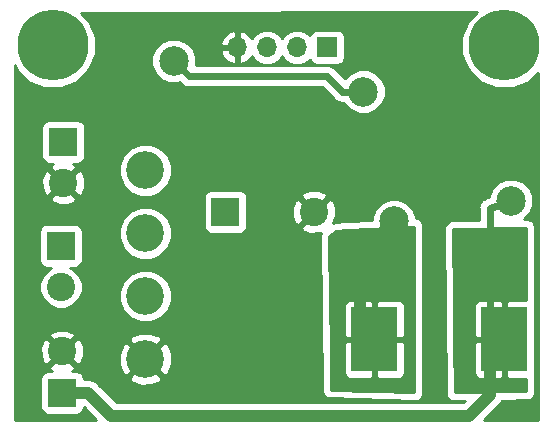
<source format=gbr>
G04 #@! TF.GenerationSoftware,KiCad,Pcbnew,(5.0.2)-1*
G04 #@! TF.CreationDate,2019-02-10T20:46:42+01:00*
G04 #@! TF.ProjectId,Rectifier,52656374-6966-4696-9572-2e6b69636164,rev?*
G04 #@! TF.SameCoordinates,PX5c55b20PY6f109e0*
G04 #@! TF.FileFunction,Copper,L2,Bot*
G04 #@! TF.FilePolarity,Positive*
%FSLAX46Y46*%
G04 Gerber Fmt 4.6, Leading zero omitted, Abs format (unit mm)*
G04 Created by KiCad (PCBNEW (5.0.2)-1) date 02/10/19 20:46:42*
%MOMM*%
%LPD*%
G01*
G04 APERTURE LIST*
G04 #@! TA.AperFunction,ComponentPad*
%ADD10C,6.000000*%
G04 #@! TD*
G04 #@! TA.AperFunction,ComponentPad*
%ADD11R,2.400000X2.400000*%
G04 #@! TD*
G04 #@! TA.AperFunction,ComponentPad*
%ADD12C,2.400000*%
G04 #@! TD*
G04 #@! TA.AperFunction,ComponentPad*
%ADD13R,1.700000X1.700000*%
G04 #@! TD*
G04 #@! TA.AperFunction,ComponentPad*
%ADD14O,1.700000X1.700000*%
G04 #@! TD*
G04 #@! TA.AperFunction,SMDPad,CuDef*
%ADD15R,3.900000X5.400000*%
G04 #@! TD*
G04 #@! TA.AperFunction,ComponentPad*
%ADD16C,3.200000*%
G04 #@! TD*
G04 #@! TA.AperFunction,ViaPad*
%ADD17C,2.500000*%
G04 #@! TD*
G04 #@! TA.AperFunction,Conductor*
%ADD18C,0.600000*%
G04 #@! TD*
G04 #@! TA.AperFunction,Conductor*
%ADD19C,1.000000*%
G04 #@! TD*
G04 #@! TA.AperFunction,Conductor*
%ADD20C,0.254000*%
G04 #@! TD*
G04 APERTURE END LIST*
D10*
G04 #@! TO.P,REF\002A\002A,1*
G04 #@! TO.N,N/C*
X42170000Y32540000D03*
G04 #@! TD*
D11*
G04 #@! TO.P,J4,1*
G04 #@! TO.N,Net-(C4-Pad1)*
X4830000Y24360000D03*
D12*
G04 #@! TO.P,J4,2*
G04 #@! TO.N,GND*
X4830000Y20860000D03*
G04 #@! TD*
D13*
G04 #@! TO.P,J2,1*
G04 #@! TO.N,Net-(J2-Pad1)*
X27170000Y32360000D03*
D14*
G04 #@! TO.P,J2,2*
G04 #@! TO.N,Net-(J2-Pad2)*
X24630000Y32360000D03*
G04 #@! TO.P,J2,3*
G04 #@! TO.N,VCC*
X22090000Y32360000D03*
G04 #@! TO.P,J2,4*
G04 #@! TO.N,GND*
X19550000Y32360000D03*
G04 #@! TD*
D11*
G04 #@! TO.P,C1,1*
G04 #@! TO.N,Net-(C1-Pad1)*
X18560000Y18430000D03*
D12*
G04 #@! TO.P,C1,2*
G04 #@! TO.N,GND*
X26060000Y18430000D03*
G04 #@! TD*
D15*
G04 #@! TO.P,L1,2*
G04 #@! TO.N,VCC*
X42160000Y7640000D03*
G04 #@! TO.P,L1,1*
G04 #@! TO.N,Net-(C6-Pad1)*
X31160000Y7640000D03*
G04 #@! TD*
D16*
G04 #@! TO.P,D1,1*
G04 #@! TO.N,GND*
X11780000Y5965000D03*
G04 #@! TO.P,D1,2*
G04 #@! TO.N,Net-(D1-Pad2)*
X11780000Y11295000D03*
G04 #@! TO.P,D1,3*
G04 #@! TO.N,Net-(D1-Pad3)*
X11780000Y16625000D03*
G04 #@! TO.P,D1,4*
G04 #@! TO.N,Net-(C1-Pad1)*
X11780000Y21955000D03*
G04 #@! TD*
D12*
G04 #@! TO.P,J1,2*
G04 #@! TO.N,Net-(D1-Pad2)*
X4630000Y12060000D03*
D11*
G04 #@! TO.P,J1,1*
G04 #@! TO.N,Net-(D1-Pad3)*
X4630000Y15560000D03*
G04 #@! TD*
G04 #@! TO.P,J3,1*
G04 #@! TO.N,VCC*
X4730000Y3110000D03*
D12*
G04 #@! TO.P,J3,2*
G04 #@! TO.N,GND*
X4730000Y6610000D03*
G04 #@! TD*
D10*
G04 #@! TO.P,REF\002A\002A,1*
G04 #@! TO.N,N/C*
X3940000Y32540000D03*
G04 #@! TD*
D17*
G04 #@! TO.N,VCC*
X42730000Y19360000D03*
G04 #@! TO.N,Net-(C6-Pad1)*
X32830000Y17610000D03*
G04 #@! TO.N,Net-(C4-Pad1)*
X30230000Y28610000D03*
X14180000Y31210000D03*
G04 #@! TD*
D18*
G04 #@! TO.N,VCC*
X40930000Y18760000D02*
X40930000Y9660000D01*
X42730000Y19360000D02*
X40930000Y18760000D01*
X40930000Y9660000D02*
X40930000Y6360000D01*
D19*
X6930000Y3110000D02*
X8880000Y1160000D01*
X4730000Y3110000D02*
X6930000Y3110000D01*
X8880000Y1160000D02*
X39180000Y1160000D01*
X40930000Y2910000D02*
X40930000Y9660000D01*
X39180000Y1160000D02*
X40930000Y2910000D01*
G04 #@! TO.N,Net-(C6-Pad1)*
X29930000Y14710000D02*
X32830000Y17610000D01*
X29930000Y9660000D02*
X29930000Y14710000D01*
D18*
G04 #@! TO.N,Net-(C4-Pad1)*
X28462234Y28610000D02*
X27162234Y29910000D01*
X30230000Y28610000D02*
X28462234Y28610000D01*
X27162234Y29910000D02*
X15480000Y29910000D01*
X15480000Y29910000D02*
X14180000Y31210000D01*
G04 #@! TD*
D20*
G04 #@! TO.N,Net-(C6-Pad1)*
G36*
X34503000Y3141455D02*
X27505614Y3382744D01*
X27460484Y7354250D01*
X28575000Y7354250D01*
X28575000Y4813690D01*
X28671673Y4580301D01*
X28850302Y4401673D01*
X29083691Y4305000D01*
X30874250Y4305000D01*
X31033000Y4463750D01*
X31033000Y7513000D01*
X31287000Y7513000D01*
X31287000Y4463750D01*
X31445750Y4305000D01*
X33236309Y4305000D01*
X33469698Y4401673D01*
X33648327Y4580301D01*
X33745000Y4813690D01*
X33745000Y7354250D01*
X33586250Y7513000D01*
X31287000Y7513000D01*
X31033000Y7513000D01*
X28733750Y7513000D01*
X28575000Y7354250D01*
X27460484Y7354250D01*
X27425120Y10466310D01*
X28575000Y10466310D01*
X28575000Y7925750D01*
X28733750Y7767000D01*
X31033000Y7767000D01*
X31033000Y10816250D01*
X31287000Y10816250D01*
X31287000Y7767000D01*
X33586250Y7767000D01*
X33745000Y7925750D01*
X33745000Y10466310D01*
X33648327Y10699699D01*
X33469698Y10878327D01*
X33236309Y10975000D01*
X31445750Y10975000D01*
X31287000Y10816250D01*
X31033000Y10816250D01*
X30874250Y10975000D01*
X29083691Y10975000D01*
X28850302Y10878327D01*
X28671673Y10699699D01*
X28575000Y10466310D01*
X27425120Y10466310D01*
X27357759Y16393983D01*
X27925590Y16787097D01*
X28839940Y16883345D01*
X34503000Y17176262D01*
X34503000Y3141455D01*
X34503000Y3141455D01*
G37*
X34503000Y3141455D02*
X27505614Y3382744D01*
X27460484Y7354250D01*
X28575000Y7354250D01*
X28575000Y4813690D01*
X28671673Y4580301D01*
X28850302Y4401673D01*
X29083691Y4305000D01*
X30874250Y4305000D01*
X31033000Y4463750D01*
X31033000Y7513000D01*
X31287000Y7513000D01*
X31287000Y4463750D01*
X31445750Y4305000D01*
X33236309Y4305000D01*
X33469698Y4401673D01*
X33648327Y4580301D01*
X33745000Y4813690D01*
X33745000Y7354250D01*
X33586250Y7513000D01*
X31287000Y7513000D01*
X31033000Y7513000D01*
X28733750Y7513000D01*
X28575000Y7354250D01*
X27460484Y7354250D01*
X27425120Y10466310D01*
X28575000Y10466310D01*
X28575000Y7925750D01*
X28733750Y7767000D01*
X31033000Y7767000D01*
X31033000Y10816250D01*
X31287000Y10816250D01*
X31287000Y7767000D01*
X33586250Y7767000D01*
X33745000Y7925750D01*
X33745000Y10466310D01*
X33648327Y10699699D01*
X33469698Y10878327D01*
X33236309Y10975000D01*
X31445750Y10975000D01*
X31287000Y10816250D01*
X31033000Y10816250D01*
X30874250Y10975000D01*
X29083691Y10975000D01*
X28850302Y10878327D01*
X28671673Y10699699D01*
X28575000Y10466310D01*
X27425120Y10466310D01*
X27357759Y16393983D01*
X27925590Y16787097D01*
X28839940Y16883345D01*
X34503000Y17176262D01*
X34503000Y3141455D01*
G04 #@! TO.N,VCC*
G36*
X44003000Y10975000D02*
X42445750Y10975000D01*
X42287000Y10816250D01*
X42287000Y7767000D01*
X42307000Y7767000D01*
X42307000Y7513000D01*
X42287000Y7513000D01*
X42287000Y4463750D01*
X42445750Y4305000D01*
X44003000Y4305000D01*
X44003000Y3235000D01*
X37956085Y3139017D01*
X37926084Y7354250D01*
X39575000Y7354250D01*
X39575000Y4813690D01*
X39671673Y4580301D01*
X39850302Y4401673D01*
X40083691Y4305000D01*
X41874250Y4305000D01*
X42033000Y4463750D01*
X42033000Y7513000D01*
X39733750Y7513000D01*
X39575000Y7354250D01*
X37926084Y7354250D01*
X37903934Y10466310D01*
X39575000Y10466310D01*
X39575000Y7925750D01*
X39733750Y7767000D01*
X42033000Y7767000D01*
X42033000Y10816250D01*
X41874250Y10975000D01*
X40083691Y10975000D01*
X39850302Y10878327D01*
X39671673Y10699699D01*
X39575000Y10466310D01*
X37903934Y10466310D01*
X37857893Y16934983D01*
X44003000Y17031001D01*
X44003000Y10975000D01*
X44003000Y10975000D01*
G37*
X44003000Y10975000D02*
X42445750Y10975000D01*
X42287000Y10816250D01*
X42287000Y7767000D01*
X42307000Y7767000D01*
X42307000Y7513000D01*
X42287000Y7513000D01*
X42287000Y4463750D01*
X42445750Y4305000D01*
X44003000Y4305000D01*
X44003000Y3235000D01*
X37956085Y3139017D01*
X37926084Y7354250D01*
X39575000Y7354250D01*
X39575000Y4813690D01*
X39671673Y4580301D01*
X39850302Y4401673D01*
X40083691Y4305000D01*
X41874250Y4305000D01*
X42033000Y4463750D01*
X42033000Y7513000D01*
X39733750Y7513000D01*
X39575000Y7354250D01*
X37926084Y7354250D01*
X37903934Y10466310D01*
X39575000Y10466310D01*
X39575000Y7925750D01*
X39733750Y7767000D01*
X42033000Y7767000D01*
X42033000Y10816250D01*
X41874250Y10975000D01*
X40083691Y10975000D01*
X39850302Y10878327D01*
X39671673Y10699699D01*
X39575000Y10466310D01*
X37903934Y10466310D01*
X37857893Y16934983D01*
X44003000Y17031001D01*
X44003000Y10975000D01*
G04 #@! TO.N,GND*
G36*
X39088396Y34599062D02*
X38535000Y33263046D01*
X38535000Y31816954D01*
X39088396Y30480938D01*
X40110938Y29458396D01*
X41446954Y28905000D01*
X42893046Y28905000D01*
X44229062Y29458396D01*
X44995000Y30224334D01*
X44995001Y909294D01*
X44991916Y886398D01*
X44995001Y837038D01*
X44995001Y795000D01*
X40420131Y795000D01*
X41653521Y2028389D01*
X41748289Y2091711D01*
X41981555Y2440818D01*
X44140078Y2475080D01*
X44373004Y2523336D01*
X44579013Y2660987D01*
X44716664Y2866996D01*
X44765000Y3110000D01*
X44765000Y17160000D01*
X44712795Y17412140D01*
X44571943Y17615973D01*
X44363809Y17750388D01*
X44120079Y17794922D01*
X43826122Y17790329D01*
X44328026Y18292233D01*
X44615000Y18985050D01*
X44615000Y19734950D01*
X44328026Y20427767D01*
X43797767Y20958026D01*
X43104950Y21245000D01*
X42355050Y21245000D01*
X41662233Y20958026D01*
X41131974Y20427767D01*
X40845000Y19734950D01*
X40845000Y19717242D01*
X40690017Y19665581D01*
X40565181Y19640750D01*
X40438121Y19555851D01*
X40305385Y19480186D01*
X40284386Y19453129D01*
X40255903Y19434097D01*
X40171007Y19307041D01*
X40077328Y19186336D01*
X40068281Y19153300D01*
X40049250Y19124818D01*
X40019439Y18974948D01*
X39979082Y18827580D01*
X39995000Y18701310D01*
X39995000Y17730468D01*
X37720079Y17694922D01*
X37482827Y17644919D01*
X37277803Y17505806D01*
X37141622Y17298822D01*
X37095016Y17055481D01*
X37195016Y3005481D01*
X37247267Y2757716D01*
X37388170Y2553917D01*
X37596338Y2419554D01*
X37840078Y2375080D01*
X38805269Y2390400D01*
X38709869Y2295000D01*
X9350132Y2295000D01*
X7811613Y3833518D01*
X7748289Y3928289D01*
X7372855Y4179146D01*
X7041783Y4245000D01*
X6930000Y4267235D01*
X6818217Y4245000D01*
X6577440Y4245000D01*
X6577440Y4310000D01*
X6563756Y4378798D01*
X10373403Y4378798D01*
X10545390Y4049640D01*
X11372346Y3722974D01*
X12261363Y3737635D01*
X13014610Y4049640D01*
X13186597Y4378798D01*
X11780000Y5785395D01*
X10373403Y4378798D01*
X6563756Y4378798D01*
X6528157Y4557765D01*
X6387809Y4767809D01*
X6177765Y4908157D01*
X5930000Y4957440D01*
X5560819Y4957440D01*
X5724435Y5025212D01*
X5847570Y5312825D01*
X4730000Y6430395D01*
X3612430Y5312825D01*
X3735565Y5025212D01*
X3913436Y4957440D01*
X3530000Y4957440D01*
X3282235Y4908157D01*
X3072191Y4767809D01*
X2931843Y4557765D01*
X2882560Y4310000D01*
X2882560Y1910000D01*
X2931843Y1662235D01*
X3072191Y1452191D01*
X3282235Y1311843D01*
X3530000Y1262560D01*
X5930000Y1262560D01*
X6177765Y1311843D01*
X6387809Y1452191D01*
X6528157Y1662235D01*
X6568718Y1866151D01*
X7639868Y795000D01*
X715000Y795000D01*
X715000Y6922266D01*
X2885293Y6922266D01*
X2906214Y6192557D01*
X3145212Y5615565D01*
X3432825Y5492430D01*
X4550395Y6610000D01*
X4909605Y6610000D01*
X6027175Y5492430D01*
X6314788Y5615565D01*
X6574707Y6297734D01*
X6572560Y6372654D01*
X9537974Y6372654D01*
X9552635Y5483637D01*
X9864640Y4730390D01*
X10193798Y4558403D01*
X11600395Y5965000D01*
X11959605Y5965000D01*
X13366202Y4558403D01*
X13695360Y4730390D01*
X14022026Y5557346D01*
X14007365Y6446363D01*
X13695360Y7199610D01*
X13366202Y7371597D01*
X11959605Y5965000D01*
X11600395Y5965000D01*
X10193798Y7371597D01*
X9864640Y7199610D01*
X9537974Y6372654D01*
X6572560Y6372654D01*
X6553786Y7027443D01*
X6336838Y7551202D01*
X10373403Y7551202D01*
X11780000Y6144605D01*
X13186597Y7551202D01*
X13014610Y7880360D01*
X12187654Y8207026D01*
X11298637Y8192365D01*
X10545390Y7880360D01*
X10373403Y7551202D01*
X6336838Y7551202D01*
X6314788Y7604435D01*
X6027175Y7727570D01*
X4909605Y6610000D01*
X4550395Y6610000D01*
X3432825Y7727570D01*
X3145212Y7604435D01*
X2885293Y6922266D01*
X715000Y6922266D01*
X715000Y7907175D01*
X3612430Y7907175D01*
X4730000Y6789605D01*
X5847570Y7907175D01*
X5724435Y8194788D01*
X5042266Y8454707D01*
X4312557Y8433786D01*
X3735565Y8194788D01*
X3612430Y7907175D01*
X715000Y7907175D01*
X715000Y16760000D01*
X2782560Y16760000D01*
X2782560Y14360000D01*
X2831843Y14112235D01*
X2972191Y13902191D01*
X3182235Y13761843D01*
X3430000Y13712560D01*
X3824547Y13712560D01*
X3590556Y13615638D01*
X3074362Y13099444D01*
X2795000Y12425004D01*
X2795000Y11694996D01*
X3074362Y11020556D01*
X3590556Y10504362D01*
X4264996Y10225000D01*
X4995004Y10225000D01*
X5669444Y10504362D01*
X6185638Y11020556D01*
X6465000Y11694996D01*
X6465000Y11739569D01*
X9545000Y11739569D01*
X9545000Y10850431D01*
X9885259Y10028974D01*
X10513974Y9400259D01*
X11335431Y9060000D01*
X12224569Y9060000D01*
X13046026Y9400259D01*
X13674741Y10028974D01*
X14015000Y10850431D01*
X14015000Y11739569D01*
X13674741Y12561026D01*
X13046026Y13189741D01*
X12224569Y13530000D01*
X11335431Y13530000D01*
X10513974Y13189741D01*
X9885259Y12561026D01*
X9545000Y11739569D01*
X6465000Y11739569D01*
X6465000Y12425004D01*
X6185638Y13099444D01*
X5669444Y13615638D01*
X5435453Y13712560D01*
X5830000Y13712560D01*
X6077765Y13761843D01*
X6287809Y13902191D01*
X6428157Y14112235D01*
X6477440Y14360000D01*
X6477440Y16760000D01*
X6428157Y17007765D01*
X6386861Y17069569D01*
X9545000Y17069569D01*
X9545000Y16180431D01*
X9885259Y15358974D01*
X10513974Y14730259D01*
X11335431Y14390000D01*
X12224569Y14390000D01*
X13046026Y14730259D01*
X13674741Y15358974D01*
X14015000Y16180431D01*
X14015000Y17069569D01*
X13674741Y17891026D01*
X13046026Y18519741D01*
X12224569Y18860000D01*
X11335431Y18860000D01*
X10513974Y18519741D01*
X9885259Y17891026D01*
X9545000Y17069569D01*
X6386861Y17069569D01*
X6287809Y17217809D01*
X6077765Y17358157D01*
X5830000Y17407440D01*
X3430000Y17407440D01*
X3182235Y17358157D01*
X2972191Y17217809D01*
X2831843Y17007765D01*
X2782560Y16760000D01*
X715000Y16760000D01*
X715000Y19562825D01*
X3712430Y19562825D01*
X3835565Y19275212D01*
X4517734Y19015293D01*
X5247443Y19036214D01*
X5824435Y19275212D01*
X5947570Y19562825D01*
X5880395Y19630000D01*
X16712560Y19630000D01*
X16712560Y17230000D01*
X16761843Y16982235D01*
X16902191Y16772191D01*
X17112235Y16631843D01*
X17360000Y16582560D01*
X19760000Y16582560D01*
X20007765Y16631843D01*
X20217809Y16772191D01*
X20358157Y16982235D01*
X20388110Y17132825D01*
X24942430Y17132825D01*
X25065565Y16845212D01*
X25747734Y16585293D01*
X26477443Y16606214D01*
X26636045Y16671909D01*
X26595041Y16452785D01*
X26745041Y3252785D01*
X26785311Y3037358D01*
X26915780Y2826728D01*
X27116923Y2682059D01*
X27358116Y2625377D01*
X34608116Y2375377D01*
X34873004Y2423336D01*
X35079013Y2560987D01*
X35216664Y2766996D01*
X35265000Y3010000D01*
X35265000Y17310000D01*
X35203328Y17582984D01*
X35055220Y17781607D01*
X34842375Y17908433D01*
X34715000Y17926990D01*
X34715000Y17984950D01*
X34428026Y18677767D01*
X33897767Y19208026D01*
X33204950Y19495000D01*
X32455050Y19495000D01*
X31762233Y19208026D01*
X31231974Y18677767D01*
X30945000Y17984950D01*
X30945000Y17755245D01*
X28797199Y17644152D01*
X28763525Y17641511D01*
X27813525Y17541511D01*
X27664026Y17486055D01*
X27904707Y18117734D01*
X27883786Y18847443D01*
X27644788Y19424435D01*
X27357175Y19547570D01*
X26239605Y18430000D01*
X26253748Y18415857D01*
X26074143Y18236252D01*
X26060000Y18250395D01*
X24942430Y17132825D01*
X20388110Y17132825D01*
X20407440Y17230000D01*
X20407440Y18742266D01*
X24215293Y18742266D01*
X24236214Y18012557D01*
X24475212Y17435565D01*
X24762825Y17312430D01*
X25880395Y18430000D01*
X24762825Y19547570D01*
X24475212Y19424435D01*
X24215293Y18742266D01*
X20407440Y18742266D01*
X20407440Y19630000D01*
X20388111Y19727175D01*
X24942430Y19727175D01*
X26060000Y18609605D01*
X27177570Y19727175D01*
X27054435Y20014788D01*
X26372266Y20274707D01*
X25642557Y20253786D01*
X25065565Y20014788D01*
X24942430Y19727175D01*
X20388111Y19727175D01*
X20358157Y19877765D01*
X20217809Y20087809D01*
X20007765Y20228157D01*
X19760000Y20277440D01*
X17360000Y20277440D01*
X17112235Y20228157D01*
X16902191Y20087809D01*
X16761843Y19877765D01*
X16712560Y19630000D01*
X5880395Y19630000D01*
X4830000Y20680395D01*
X3712430Y19562825D01*
X715000Y19562825D01*
X715000Y21172266D01*
X2985293Y21172266D01*
X3006214Y20442557D01*
X3245212Y19865565D01*
X3532825Y19742430D01*
X4650395Y20860000D01*
X5009605Y20860000D01*
X6127175Y19742430D01*
X6414788Y19865565D01*
X6674707Y20547734D01*
X6653786Y21277443D01*
X6414788Y21854435D01*
X6127175Y21977570D01*
X5009605Y20860000D01*
X4650395Y20860000D01*
X3532825Y21977570D01*
X3245212Y21854435D01*
X2985293Y21172266D01*
X715000Y21172266D01*
X715000Y25560000D01*
X2982560Y25560000D01*
X2982560Y23160000D01*
X3031843Y22912235D01*
X3172191Y22702191D01*
X3382235Y22561843D01*
X3630000Y22512560D01*
X3999181Y22512560D01*
X3835565Y22444788D01*
X3712430Y22157175D01*
X4830000Y21039605D01*
X5947570Y22157175D01*
X5843795Y22399569D01*
X9545000Y22399569D01*
X9545000Y21510431D01*
X9885259Y20688974D01*
X10513974Y20060259D01*
X11335431Y19720000D01*
X12224569Y19720000D01*
X13046026Y20060259D01*
X13674741Y20688974D01*
X14015000Y21510431D01*
X14015000Y22399569D01*
X13674741Y23221026D01*
X13046026Y23849741D01*
X12224569Y24190000D01*
X11335431Y24190000D01*
X10513974Y23849741D01*
X9885259Y23221026D01*
X9545000Y22399569D01*
X5843795Y22399569D01*
X5824435Y22444788D01*
X5646564Y22512560D01*
X6030000Y22512560D01*
X6277765Y22561843D01*
X6487809Y22702191D01*
X6628157Y22912235D01*
X6677440Y23160000D01*
X6677440Y25560000D01*
X6628157Y25807765D01*
X6487809Y26017809D01*
X6277765Y26158157D01*
X6030000Y26207440D01*
X3630000Y26207440D01*
X3382235Y26158157D01*
X3172191Y26017809D01*
X3031843Y25807765D01*
X2982560Y25560000D01*
X715000Y25560000D01*
X715000Y30827127D01*
X858396Y30480938D01*
X1880938Y29458396D01*
X3216954Y28905000D01*
X4663046Y28905000D01*
X5999062Y29458396D01*
X7021604Y30480938D01*
X7478900Y31584950D01*
X12295000Y31584950D01*
X12295000Y30835050D01*
X12581974Y30142233D01*
X13112233Y29611974D01*
X13805050Y29325000D01*
X14554950Y29325000D01*
X14687717Y29379994D01*
X14753739Y29313972D01*
X14805903Y29235903D01*
X15115181Y29029250D01*
X15480000Y28956683D01*
X15572086Y28975000D01*
X26774945Y28975000D01*
X27735973Y28013972D01*
X27788137Y27935903D01*
X28097415Y27729250D01*
X28462234Y27656683D01*
X28554320Y27675000D01*
X28576980Y27675000D01*
X28631974Y27542233D01*
X29162233Y27011974D01*
X29855050Y26725000D01*
X30604950Y26725000D01*
X31297767Y27011974D01*
X31828026Y27542233D01*
X32115000Y28235050D01*
X32115000Y28984950D01*
X31828026Y29677767D01*
X31297767Y30208026D01*
X30604950Y30495000D01*
X29855050Y30495000D01*
X29162233Y30208026D01*
X28674365Y29720158D01*
X27888495Y30506028D01*
X27836331Y30584097D01*
X27527053Y30790750D01*
X27254320Y30845000D01*
X27166040Y30862560D01*
X28020000Y30862560D01*
X28267765Y30911843D01*
X28477809Y31052191D01*
X28618157Y31262235D01*
X28667440Y31510000D01*
X28667440Y33210000D01*
X28618157Y33457765D01*
X28477809Y33667809D01*
X28267765Y33808157D01*
X28020000Y33857440D01*
X26320000Y33857440D01*
X26072235Y33808157D01*
X25862191Y33667809D01*
X25721843Y33457765D01*
X25712816Y33412381D01*
X25700625Y33430625D01*
X25209418Y33758839D01*
X24776256Y33845000D01*
X24483744Y33845000D01*
X24050582Y33758839D01*
X23559375Y33430625D01*
X23360000Y33132239D01*
X23160625Y33430625D01*
X22669418Y33758839D01*
X22236256Y33845000D01*
X21943744Y33845000D01*
X21510582Y33758839D01*
X21019375Y33430625D01*
X20806157Y33111522D01*
X20745183Y33241358D01*
X20316924Y33631645D01*
X19906890Y33801476D01*
X19677000Y33680155D01*
X19677000Y32487000D01*
X19697000Y32487000D01*
X19697000Y32233000D01*
X19677000Y32233000D01*
X19677000Y31039845D01*
X19906890Y30918524D01*
X20316924Y31088355D01*
X20745183Y31478642D01*
X20806157Y31608478D01*
X21019375Y31289375D01*
X21510582Y30961161D01*
X21943744Y30875000D01*
X22236256Y30875000D01*
X22669418Y30961161D01*
X23160625Y31289375D01*
X23360000Y31587761D01*
X23559375Y31289375D01*
X24050582Y30961161D01*
X24483744Y30875000D01*
X24776256Y30875000D01*
X25209418Y30961161D01*
X25700625Y31289375D01*
X25712816Y31307619D01*
X25721843Y31262235D01*
X25862191Y31052191D01*
X26072235Y30911843D01*
X26320000Y30862560D01*
X27158428Y30862560D01*
X27070148Y30845000D01*
X16065000Y30845000D01*
X16065000Y31584950D01*
X15891794Y32003108D01*
X18108514Y32003108D01*
X18354817Y31478642D01*
X18783076Y31088355D01*
X19193110Y30918524D01*
X19423000Y31039845D01*
X19423000Y32233000D01*
X18229181Y32233000D01*
X18108514Y32003108D01*
X15891794Y32003108D01*
X15778026Y32277767D01*
X15338901Y32716892D01*
X18108514Y32716892D01*
X18229181Y32487000D01*
X19423000Y32487000D01*
X19423000Y33680155D01*
X19193110Y33801476D01*
X18783076Y33631645D01*
X18354817Y33241358D01*
X18108514Y32716892D01*
X15338901Y32716892D01*
X15247767Y32808026D01*
X14554950Y33095000D01*
X13805050Y33095000D01*
X13112233Y32808026D01*
X12581974Y32277767D01*
X12295000Y31584950D01*
X7478900Y31584950D01*
X7575000Y31816954D01*
X7575000Y33263046D01*
X7021604Y34599062D01*
X6331784Y35288882D01*
X39851483Y35362149D01*
X39088396Y34599062D01*
X39088396Y34599062D01*
G37*
X39088396Y34599062D02*
X38535000Y33263046D01*
X38535000Y31816954D01*
X39088396Y30480938D01*
X40110938Y29458396D01*
X41446954Y28905000D01*
X42893046Y28905000D01*
X44229062Y29458396D01*
X44995000Y30224334D01*
X44995001Y909294D01*
X44991916Y886398D01*
X44995001Y837038D01*
X44995001Y795000D01*
X40420131Y795000D01*
X41653521Y2028389D01*
X41748289Y2091711D01*
X41981555Y2440818D01*
X44140078Y2475080D01*
X44373004Y2523336D01*
X44579013Y2660987D01*
X44716664Y2866996D01*
X44765000Y3110000D01*
X44765000Y17160000D01*
X44712795Y17412140D01*
X44571943Y17615973D01*
X44363809Y17750388D01*
X44120079Y17794922D01*
X43826122Y17790329D01*
X44328026Y18292233D01*
X44615000Y18985050D01*
X44615000Y19734950D01*
X44328026Y20427767D01*
X43797767Y20958026D01*
X43104950Y21245000D01*
X42355050Y21245000D01*
X41662233Y20958026D01*
X41131974Y20427767D01*
X40845000Y19734950D01*
X40845000Y19717242D01*
X40690017Y19665581D01*
X40565181Y19640750D01*
X40438121Y19555851D01*
X40305385Y19480186D01*
X40284386Y19453129D01*
X40255903Y19434097D01*
X40171007Y19307041D01*
X40077328Y19186336D01*
X40068281Y19153300D01*
X40049250Y19124818D01*
X40019439Y18974948D01*
X39979082Y18827580D01*
X39995000Y18701310D01*
X39995000Y17730468D01*
X37720079Y17694922D01*
X37482827Y17644919D01*
X37277803Y17505806D01*
X37141622Y17298822D01*
X37095016Y17055481D01*
X37195016Y3005481D01*
X37247267Y2757716D01*
X37388170Y2553917D01*
X37596338Y2419554D01*
X37840078Y2375080D01*
X38805269Y2390400D01*
X38709869Y2295000D01*
X9350132Y2295000D01*
X7811613Y3833518D01*
X7748289Y3928289D01*
X7372855Y4179146D01*
X7041783Y4245000D01*
X6930000Y4267235D01*
X6818217Y4245000D01*
X6577440Y4245000D01*
X6577440Y4310000D01*
X6563756Y4378798D01*
X10373403Y4378798D01*
X10545390Y4049640D01*
X11372346Y3722974D01*
X12261363Y3737635D01*
X13014610Y4049640D01*
X13186597Y4378798D01*
X11780000Y5785395D01*
X10373403Y4378798D01*
X6563756Y4378798D01*
X6528157Y4557765D01*
X6387809Y4767809D01*
X6177765Y4908157D01*
X5930000Y4957440D01*
X5560819Y4957440D01*
X5724435Y5025212D01*
X5847570Y5312825D01*
X4730000Y6430395D01*
X3612430Y5312825D01*
X3735565Y5025212D01*
X3913436Y4957440D01*
X3530000Y4957440D01*
X3282235Y4908157D01*
X3072191Y4767809D01*
X2931843Y4557765D01*
X2882560Y4310000D01*
X2882560Y1910000D01*
X2931843Y1662235D01*
X3072191Y1452191D01*
X3282235Y1311843D01*
X3530000Y1262560D01*
X5930000Y1262560D01*
X6177765Y1311843D01*
X6387809Y1452191D01*
X6528157Y1662235D01*
X6568718Y1866151D01*
X7639868Y795000D01*
X715000Y795000D01*
X715000Y6922266D01*
X2885293Y6922266D01*
X2906214Y6192557D01*
X3145212Y5615565D01*
X3432825Y5492430D01*
X4550395Y6610000D01*
X4909605Y6610000D01*
X6027175Y5492430D01*
X6314788Y5615565D01*
X6574707Y6297734D01*
X6572560Y6372654D01*
X9537974Y6372654D01*
X9552635Y5483637D01*
X9864640Y4730390D01*
X10193798Y4558403D01*
X11600395Y5965000D01*
X11959605Y5965000D01*
X13366202Y4558403D01*
X13695360Y4730390D01*
X14022026Y5557346D01*
X14007365Y6446363D01*
X13695360Y7199610D01*
X13366202Y7371597D01*
X11959605Y5965000D01*
X11600395Y5965000D01*
X10193798Y7371597D01*
X9864640Y7199610D01*
X9537974Y6372654D01*
X6572560Y6372654D01*
X6553786Y7027443D01*
X6336838Y7551202D01*
X10373403Y7551202D01*
X11780000Y6144605D01*
X13186597Y7551202D01*
X13014610Y7880360D01*
X12187654Y8207026D01*
X11298637Y8192365D01*
X10545390Y7880360D01*
X10373403Y7551202D01*
X6336838Y7551202D01*
X6314788Y7604435D01*
X6027175Y7727570D01*
X4909605Y6610000D01*
X4550395Y6610000D01*
X3432825Y7727570D01*
X3145212Y7604435D01*
X2885293Y6922266D01*
X715000Y6922266D01*
X715000Y7907175D01*
X3612430Y7907175D01*
X4730000Y6789605D01*
X5847570Y7907175D01*
X5724435Y8194788D01*
X5042266Y8454707D01*
X4312557Y8433786D01*
X3735565Y8194788D01*
X3612430Y7907175D01*
X715000Y7907175D01*
X715000Y16760000D01*
X2782560Y16760000D01*
X2782560Y14360000D01*
X2831843Y14112235D01*
X2972191Y13902191D01*
X3182235Y13761843D01*
X3430000Y13712560D01*
X3824547Y13712560D01*
X3590556Y13615638D01*
X3074362Y13099444D01*
X2795000Y12425004D01*
X2795000Y11694996D01*
X3074362Y11020556D01*
X3590556Y10504362D01*
X4264996Y10225000D01*
X4995004Y10225000D01*
X5669444Y10504362D01*
X6185638Y11020556D01*
X6465000Y11694996D01*
X6465000Y11739569D01*
X9545000Y11739569D01*
X9545000Y10850431D01*
X9885259Y10028974D01*
X10513974Y9400259D01*
X11335431Y9060000D01*
X12224569Y9060000D01*
X13046026Y9400259D01*
X13674741Y10028974D01*
X14015000Y10850431D01*
X14015000Y11739569D01*
X13674741Y12561026D01*
X13046026Y13189741D01*
X12224569Y13530000D01*
X11335431Y13530000D01*
X10513974Y13189741D01*
X9885259Y12561026D01*
X9545000Y11739569D01*
X6465000Y11739569D01*
X6465000Y12425004D01*
X6185638Y13099444D01*
X5669444Y13615638D01*
X5435453Y13712560D01*
X5830000Y13712560D01*
X6077765Y13761843D01*
X6287809Y13902191D01*
X6428157Y14112235D01*
X6477440Y14360000D01*
X6477440Y16760000D01*
X6428157Y17007765D01*
X6386861Y17069569D01*
X9545000Y17069569D01*
X9545000Y16180431D01*
X9885259Y15358974D01*
X10513974Y14730259D01*
X11335431Y14390000D01*
X12224569Y14390000D01*
X13046026Y14730259D01*
X13674741Y15358974D01*
X14015000Y16180431D01*
X14015000Y17069569D01*
X13674741Y17891026D01*
X13046026Y18519741D01*
X12224569Y18860000D01*
X11335431Y18860000D01*
X10513974Y18519741D01*
X9885259Y17891026D01*
X9545000Y17069569D01*
X6386861Y17069569D01*
X6287809Y17217809D01*
X6077765Y17358157D01*
X5830000Y17407440D01*
X3430000Y17407440D01*
X3182235Y17358157D01*
X2972191Y17217809D01*
X2831843Y17007765D01*
X2782560Y16760000D01*
X715000Y16760000D01*
X715000Y19562825D01*
X3712430Y19562825D01*
X3835565Y19275212D01*
X4517734Y19015293D01*
X5247443Y19036214D01*
X5824435Y19275212D01*
X5947570Y19562825D01*
X5880395Y19630000D01*
X16712560Y19630000D01*
X16712560Y17230000D01*
X16761843Y16982235D01*
X16902191Y16772191D01*
X17112235Y16631843D01*
X17360000Y16582560D01*
X19760000Y16582560D01*
X20007765Y16631843D01*
X20217809Y16772191D01*
X20358157Y16982235D01*
X20388110Y17132825D01*
X24942430Y17132825D01*
X25065565Y16845212D01*
X25747734Y16585293D01*
X26477443Y16606214D01*
X26636045Y16671909D01*
X26595041Y16452785D01*
X26745041Y3252785D01*
X26785311Y3037358D01*
X26915780Y2826728D01*
X27116923Y2682059D01*
X27358116Y2625377D01*
X34608116Y2375377D01*
X34873004Y2423336D01*
X35079013Y2560987D01*
X35216664Y2766996D01*
X35265000Y3010000D01*
X35265000Y17310000D01*
X35203328Y17582984D01*
X35055220Y17781607D01*
X34842375Y17908433D01*
X34715000Y17926990D01*
X34715000Y17984950D01*
X34428026Y18677767D01*
X33897767Y19208026D01*
X33204950Y19495000D01*
X32455050Y19495000D01*
X31762233Y19208026D01*
X31231974Y18677767D01*
X30945000Y17984950D01*
X30945000Y17755245D01*
X28797199Y17644152D01*
X28763525Y17641511D01*
X27813525Y17541511D01*
X27664026Y17486055D01*
X27904707Y18117734D01*
X27883786Y18847443D01*
X27644788Y19424435D01*
X27357175Y19547570D01*
X26239605Y18430000D01*
X26253748Y18415857D01*
X26074143Y18236252D01*
X26060000Y18250395D01*
X24942430Y17132825D01*
X20388110Y17132825D01*
X20407440Y17230000D01*
X20407440Y18742266D01*
X24215293Y18742266D01*
X24236214Y18012557D01*
X24475212Y17435565D01*
X24762825Y17312430D01*
X25880395Y18430000D01*
X24762825Y19547570D01*
X24475212Y19424435D01*
X24215293Y18742266D01*
X20407440Y18742266D01*
X20407440Y19630000D01*
X20388111Y19727175D01*
X24942430Y19727175D01*
X26060000Y18609605D01*
X27177570Y19727175D01*
X27054435Y20014788D01*
X26372266Y20274707D01*
X25642557Y20253786D01*
X25065565Y20014788D01*
X24942430Y19727175D01*
X20388111Y19727175D01*
X20358157Y19877765D01*
X20217809Y20087809D01*
X20007765Y20228157D01*
X19760000Y20277440D01*
X17360000Y20277440D01*
X17112235Y20228157D01*
X16902191Y20087809D01*
X16761843Y19877765D01*
X16712560Y19630000D01*
X5880395Y19630000D01*
X4830000Y20680395D01*
X3712430Y19562825D01*
X715000Y19562825D01*
X715000Y21172266D01*
X2985293Y21172266D01*
X3006214Y20442557D01*
X3245212Y19865565D01*
X3532825Y19742430D01*
X4650395Y20860000D01*
X5009605Y20860000D01*
X6127175Y19742430D01*
X6414788Y19865565D01*
X6674707Y20547734D01*
X6653786Y21277443D01*
X6414788Y21854435D01*
X6127175Y21977570D01*
X5009605Y20860000D01*
X4650395Y20860000D01*
X3532825Y21977570D01*
X3245212Y21854435D01*
X2985293Y21172266D01*
X715000Y21172266D01*
X715000Y25560000D01*
X2982560Y25560000D01*
X2982560Y23160000D01*
X3031843Y22912235D01*
X3172191Y22702191D01*
X3382235Y22561843D01*
X3630000Y22512560D01*
X3999181Y22512560D01*
X3835565Y22444788D01*
X3712430Y22157175D01*
X4830000Y21039605D01*
X5947570Y22157175D01*
X5843795Y22399569D01*
X9545000Y22399569D01*
X9545000Y21510431D01*
X9885259Y20688974D01*
X10513974Y20060259D01*
X11335431Y19720000D01*
X12224569Y19720000D01*
X13046026Y20060259D01*
X13674741Y20688974D01*
X14015000Y21510431D01*
X14015000Y22399569D01*
X13674741Y23221026D01*
X13046026Y23849741D01*
X12224569Y24190000D01*
X11335431Y24190000D01*
X10513974Y23849741D01*
X9885259Y23221026D01*
X9545000Y22399569D01*
X5843795Y22399569D01*
X5824435Y22444788D01*
X5646564Y22512560D01*
X6030000Y22512560D01*
X6277765Y22561843D01*
X6487809Y22702191D01*
X6628157Y22912235D01*
X6677440Y23160000D01*
X6677440Y25560000D01*
X6628157Y25807765D01*
X6487809Y26017809D01*
X6277765Y26158157D01*
X6030000Y26207440D01*
X3630000Y26207440D01*
X3382235Y26158157D01*
X3172191Y26017809D01*
X3031843Y25807765D01*
X2982560Y25560000D01*
X715000Y25560000D01*
X715000Y30827127D01*
X858396Y30480938D01*
X1880938Y29458396D01*
X3216954Y28905000D01*
X4663046Y28905000D01*
X5999062Y29458396D01*
X7021604Y30480938D01*
X7478900Y31584950D01*
X12295000Y31584950D01*
X12295000Y30835050D01*
X12581974Y30142233D01*
X13112233Y29611974D01*
X13805050Y29325000D01*
X14554950Y29325000D01*
X14687717Y29379994D01*
X14753739Y29313972D01*
X14805903Y29235903D01*
X15115181Y29029250D01*
X15480000Y28956683D01*
X15572086Y28975000D01*
X26774945Y28975000D01*
X27735973Y28013972D01*
X27788137Y27935903D01*
X28097415Y27729250D01*
X28462234Y27656683D01*
X28554320Y27675000D01*
X28576980Y27675000D01*
X28631974Y27542233D01*
X29162233Y27011974D01*
X29855050Y26725000D01*
X30604950Y26725000D01*
X31297767Y27011974D01*
X31828026Y27542233D01*
X32115000Y28235050D01*
X32115000Y28984950D01*
X31828026Y29677767D01*
X31297767Y30208026D01*
X30604950Y30495000D01*
X29855050Y30495000D01*
X29162233Y30208026D01*
X28674365Y29720158D01*
X27888495Y30506028D01*
X27836331Y30584097D01*
X27527053Y30790750D01*
X27254320Y30845000D01*
X27166040Y30862560D01*
X28020000Y30862560D01*
X28267765Y30911843D01*
X28477809Y31052191D01*
X28618157Y31262235D01*
X28667440Y31510000D01*
X28667440Y33210000D01*
X28618157Y33457765D01*
X28477809Y33667809D01*
X28267765Y33808157D01*
X28020000Y33857440D01*
X26320000Y33857440D01*
X26072235Y33808157D01*
X25862191Y33667809D01*
X25721843Y33457765D01*
X25712816Y33412381D01*
X25700625Y33430625D01*
X25209418Y33758839D01*
X24776256Y33845000D01*
X24483744Y33845000D01*
X24050582Y33758839D01*
X23559375Y33430625D01*
X23360000Y33132239D01*
X23160625Y33430625D01*
X22669418Y33758839D01*
X22236256Y33845000D01*
X21943744Y33845000D01*
X21510582Y33758839D01*
X21019375Y33430625D01*
X20806157Y33111522D01*
X20745183Y33241358D01*
X20316924Y33631645D01*
X19906890Y33801476D01*
X19677000Y33680155D01*
X19677000Y32487000D01*
X19697000Y32487000D01*
X19697000Y32233000D01*
X19677000Y32233000D01*
X19677000Y31039845D01*
X19906890Y30918524D01*
X20316924Y31088355D01*
X20745183Y31478642D01*
X20806157Y31608478D01*
X21019375Y31289375D01*
X21510582Y30961161D01*
X21943744Y30875000D01*
X22236256Y30875000D01*
X22669418Y30961161D01*
X23160625Y31289375D01*
X23360000Y31587761D01*
X23559375Y31289375D01*
X24050582Y30961161D01*
X24483744Y30875000D01*
X24776256Y30875000D01*
X25209418Y30961161D01*
X25700625Y31289375D01*
X25712816Y31307619D01*
X25721843Y31262235D01*
X25862191Y31052191D01*
X26072235Y30911843D01*
X26320000Y30862560D01*
X27158428Y30862560D01*
X27070148Y30845000D01*
X16065000Y30845000D01*
X16065000Y31584950D01*
X15891794Y32003108D01*
X18108514Y32003108D01*
X18354817Y31478642D01*
X18783076Y31088355D01*
X19193110Y30918524D01*
X19423000Y31039845D01*
X19423000Y32233000D01*
X18229181Y32233000D01*
X18108514Y32003108D01*
X15891794Y32003108D01*
X15778026Y32277767D01*
X15338901Y32716892D01*
X18108514Y32716892D01*
X18229181Y32487000D01*
X19423000Y32487000D01*
X19423000Y33680155D01*
X19193110Y33801476D01*
X18783076Y33631645D01*
X18354817Y33241358D01*
X18108514Y32716892D01*
X15338901Y32716892D01*
X15247767Y32808026D01*
X14554950Y33095000D01*
X13805050Y33095000D01*
X13112233Y32808026D01*
X12581974Y32277767D01*
X12295000Y31584950D01*
X7478900Y31584950D01*
X7575000Y31816954D01*
X7575000Y33263046D01*
X7021604Y34599062D01*
X6331784Y35288882D01*
X39851483Y35362149D01*
X39088396Y34599062D01*
G04 #@! TD*
M02*

</source>
